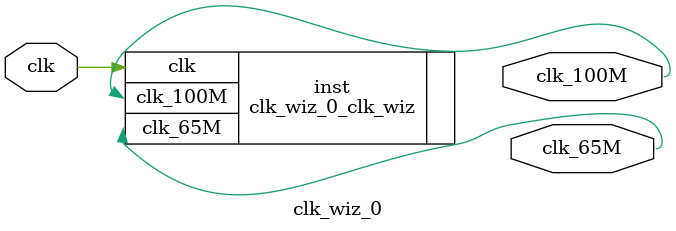
<source format=v>


`timescale 1ps/1ps

(* CORE_GENERATION_INFO = "clk_wiz_0,clk_wiz_v5_4_2_0,{component_name=clk_wiz_0,use_phase_alignment=true,use_min_o_jitter=false,use_max_i_jitter=false,use_dyn_phase_shift=false,use_inclk_switchover=false,use_dyn_reconfig=false,enable_axi=0,feedback_source=FDBK_AUTO,PRIMITIVE=MMCM,num_out_clk=2,clkin1_period=10.000,clkin2_period=10.000,use_power_down=false,use_reset=false,use_locked=false,use_inclk_stopped=false,feedback_type=SINGLE,CLOCK_MGR_TYPE=NA,manual_override=false}" *)

module clk_wiz_0 
 (
  // Clock out ports
  output        clk_65M,
  output        clk_100M,
 // Clock in ports
  input         clk
 );

  clk_wiz_0_clk_wiz inst
  (
  // Clock out ports  
  .clk_65M(clk_65M),
  .clk_100M(clk_100M),
 // Clock in ports
  .clk(clk)
  );

endmodule

</source>
